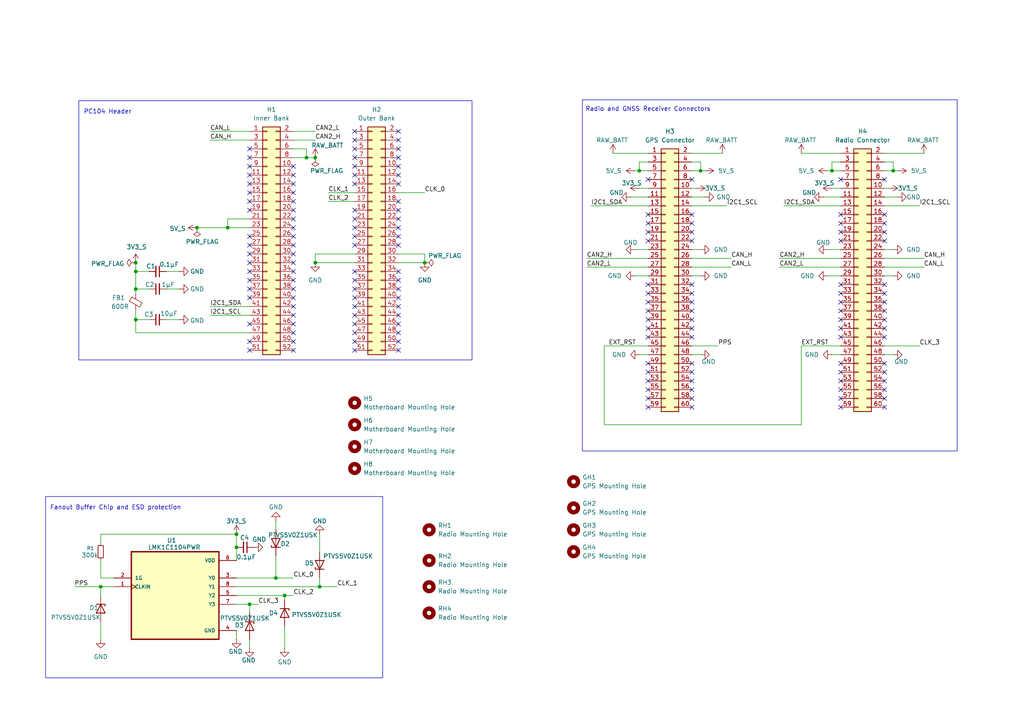
<source format=kicad_sch>
(kicad_sch (version 20250114) (generator "eeschema") (generator_version "9.0")
  (paper "A4")
  (lib_symbols
    (symbol "Connector_Generic:Conn_02x26_Odd_Even" (pin_names (offset 1.016) (hide yes))
      (property "Reference" "J" (at 1.27 33.02 0))
      (property "Value" "Conn_02x26_Odd_Even" (at 1.27 -35.56 0))
      (symbol "Conn_02x26_Odd_Even_1_1"
        (pin passive line (at -5.08 30.48 0) (length 3.81) (name "Pin_1") (number "1"))
        (pin passive line (at -5.08 27.94 0) (length 3.81) (name "Pin_3") (number "3"))
        (pin passive line (at -5.08 25.4 0) (length 3.81) (name "Pin_5") (number "5"))
        (pin passive line (at -5.08 22.86 0) (length 3.81) (name "Pin_7") (number "7"))
        (pin passive line (at -5.08 20.32 0) (length 3.81) (name "Pin_9") (number "9"))
        (pin passive line (at -5.08 17.78 0) (length 3.81) (name "Pin_11") (number "11"))
        (pin passive line (at -5.08 15.24 0) (length 3.81) (name "Pin_13") (number "13"))
        (pin passive line (at -5.08 12.7 0) (length 3.81) (name "Pin_15") (number "15"))
        (pin passive line (at -5.08 10.16 0) (length 3.81) (name "Pin_17") (number "17"))
        (pin passive line (at -5.08 7.62 0) (length 3.81) (name "Pin_19") (number "19"))
        (pin passive line (at -5.08 5.08 0) (length 3.81) (name "Pin_21") (number "21"))
        (pin passive line (at -5.08 2.54 0) (length 3.81) (name "Pin_23") (number "23"))
        (pin passive line (at -5.08 0 0) (length 3.81) (name "Pin_25") (number "25"))
        (pin passive line (at -5.08 -2.54 0) (length 3.81) (name "Pin_27") (number "27"))
        (pin passive line (at -5.08 -5.08 0) (length 3.81) (name "Pin_29") (number "29"))
        (pin passive line (at -5.08 -7.62 0) (length 3.81) (name "Pin_31") (number "31"))
        (pin passive line (at -5.08 -10.16 0) (length 3.81) (name "Pin_33") (number "33"))
        (pin passive line (at -5.08 -12.7 0) (length 3.81) (name "Pin_35") (number "35"))
        (pin passive line (at -5.08 -15.24 0) (length 3.81) (name "Pin_37") (number "37"))
        (pin passive line (at -5.08 -17.78 0) (length 3.81) (name "Pin_39") (number "39"))
        (pin passive line (at -5.08 -20.32 0) (length 3.81) (name "Pin_41") (number "41"))
        (pin passive line (at -5.08 -22.86 0) (length 3.81) (name "Pin_43") (number "43"))
        (pin passive line (at -5.08 -25.4 0) (length 3.81) (name "Pin_45") (number "45"))
        (pin passive line (at -5.08 -27.94 0) (length 3.81) (name "Pin_47") (number "47"))
        (pin passive line (at -5.08 -30.48 0) (length 3.81) (name "Pin_49") (number "49"))
        (pin passive line (at -5.08 -33.02 0) (length 3.81) (name "Pin_51") (number "51"))
        (pin passive line (at 7.62 30.48 180) (length 3.81) (name "Pin_2") (number "2"))
        (pin passive line (at 7.62 27.94 180) (length 3.81) (name "Pin_4") (number "4"))
        (pin passive line (at 7.62 25.4 180) (length 3.81) (name "Pin_6") (number "6"))
        (pin passive line (at 7.62 22.86 180) (length 3.81) (name "Pin_8") (number "8"))
        (pin passive line (at 7.62 20.32 180) (length 3.81) (name "Pin_10") (number "10"))
        (pin passive line (at 7.62 17.78 180) (length 3.81) (name "Pin_12") (number "12"))
        (pin passive line (at 7.62 15.24 180) (length 3.81) (name "Pin_14") (number "14"))
        (pin passive line (at 7.62 12.7 180) (length 3.81) (name "Pin_16") (number "16"))
        (pin passive line (at 7.62 10.16 180) (length 3.81) (name "Pin_18") (number "18"))
        (pin passive line (at 7.62 7.62 180) (length 3.81) (name "Pin_20") (number "20"))
        (pin passive line (at 7.62 5.08 180) (length 3.81) (name "Pin_22") (number "22"))
        (pin passive line (at 7.62 2.54 180) (length 3.81) (name "Pin_24") (number "24"))
        (pin passive line (at 7.62 0 180) (length 3.81) (name "Pin_26") (number "26"))
        (pin passive line (at 7.62 -2.54 180) (length 3.81) (name "Pin_28") (number "28"))
        (pin passive line (at 7.62 -5.08 180) (length 3.81) (name "Pin_30") (number "30"))
        (pin passive line (at 7.62 -7.62 180) (length 3.81) (name "Pin_32") (number "32"))
        (pin passive line (at 7.62 -10.16 180) (length 3.81) (name "Pin_34") (number "34"))
        (pin passive line (at 7.62 -12.7 180) (length 3.81) (name "Pin_36") (number "36"))
        (pin passive line (at 7.62 -15.24 180) (length 3.81) (name "Pin_38") (number "38"))
        (pin passive line (at 7.62 -17.78 180) (length 3.81) (name "Pin_40") (number "40"))
        (pin passive line (at 7.62 -20.32 180) (length 3.81) (name "Pin_42") (number "42"))
        (pin passive line (at 7.62 -22.86 180) (length 3.81) (name "Pin_44") (number "44"))
        (pin passive line (at 7.62 -25.4 180) (length 3.81) (name "Pin_46") (number "46"))
        (pin passive line (at 7.62 -27.94 180) (length 3.81) (name "Pin_48") (number "48"))
        (pin passive line (at 7.62 -30.48 180) (length 3.81) (name "Pin_50") (number "50"))
        (pin passive line (at 7.62 -33.02 180) (length 3.81) (name "Pin_52") (number "52"))
      )
    )
    (symbol "Connector_Generic:Conn_02x30_Odd_Even" (pin_names (offset 1.016) (hide yes))
      (property "Reference" "J" (at 1.27 38.1 0))
      (property "Value" "Conn_02x30_Odd_Even" (at 1.27 -40.64 0))
      (symbol "Conn_02x30_Odd_Even_1_1"
        (pin passive line (at -5.08 35.56 0) (length 3.81) (name "Pin_1") (number "1"))
        (pin passive line (at -5.08 33.02 0) (length 3.81) (name "Pin_3") (number "3"))
        (pin passive line (at -5.08 30.48 0) (length 3.81) (name "Pin_5") (number "5"))
        (pin passive line (at -5.08 27.94 0) (length 3.81) (name "Pin_7") (number "7"))
        (pin passive line (at -5.08 25.4 0) (length 3.81) (name "Pin_9") (number "9"))
        (pin passive line (at -5.08 22.86 0) (length 3.81) (name "Pin_11") (number "11"))
        (pin passive line (at -5.08 20.32 0) (length 3.81) (name "Pin_13") (number "13"))
        (pin passive line (at -5.08 17.78 0) (length 3.81) (name "Pin_15") (number "15"))
        (pin passive line (at -5.08 15.24 0) (length 3.81) (name "Pin_17") (number "17"))
        (pin passive line (at -5.08 12.7 0) (length 3.81) (name "Pin_19") (number "19"))
        (pin passive line (at -5.08 10.16 0) (length 3.81) (name "Pin_21") (number "21"))
        (pin passive line (at -5.08 7.62 0) (length 3.81) (name "Pin_23") (number "23"))
        (pin passive line (at -5.08 5.08 0) (length 3.81) (name "Pin_25") (number "25"))
        (pin passive line (at -5.08 2.54 0) (length 3.81) (name "Pin_27") (number "27"))
        (pin passive line (at -5.08 0 0) (length 3.81) (name "Pin_29") (number "29"))
        (pin passive line (at -5.08 -2.54 0) (length 3.81) (name "Pin_31") (number "31"))
        (pin passive line (at -5.08 -5.08 0) (length 3.81) (name "Pin_33") (number "33"))
        (pin passive line (at -5.08 -7.62 0) (length 3.81) (name "Pin_35") (number "35"))
        (pin passive line (at -5.08 -10.16 0) (length 3.81) (name "Pin_37") (number "37"))
        (pin passive line (at -5.08 -12.7 0) (length 3.81) (name "Pin_39") (number "39"))
        (pin passive line (at -5.08 -15.24 0) (length 3.81) (name "Pin_41") (number "41"))
        (pin passive line (at -5.08 -17.78 0) (length 3.81) (name "Pin_43") (number "43"))
        (pin passive line (at -5.08 -20.32 0) (length 3.81) (name "Pin_45") (number "45"))
        (pin passive line (at -5.08 -22.86 0) (length 3.81) (name "Pin_47") (number "47"))
        (pin passive line (at -5.08 -25.4 0) (length 3.81) (name "Pin_49") (number "49"))
        (pin passive line (at -5.08 -27.94 0) (length 3.81) (name "Pin_51") (number "51"))
        (pin passive line (at -5.08 -30.48 0) (length 3.81) (name "Pin_53") (number "53"))
        (pin passive line (at -5.08 -33.02 0) (length 3.81) (name "Pin_55") (number "55"))
        (pin passive line (at -5.08 -35.56 0) (length 3.81) (name "Pin_57") (number "57"))
        (pin passive line (at -5.08 -38.1 0) (length 3.81) (name "Pin_59") (number "59"))
        (pin passive line (at 7.62 35.56 180) (length 3.81) (name "Pin_2") (number "2"))
        (pin passive line (at 7.62 33.02 180) (length 3.81) (name "Pin_4") (number "4"))
        (pin passive line (at 7.62 30.48 180) (length 3.81) (name "Pin_6") (number "6"))
        (pin passive line (at 7.62 27.94 180) (length 3.81) (name "Pin_8") (number "8"))
        (pin passive line (at 7.62 25.4 180) (length 3.81) (name "Pin_10") (number "10"))
        (pin passive line (at 7.62 22.86 180) (length 3.81) (name "Pin_12") (number "12"))
        (pin passive line (at 7.62 20.32 180) (length 3.81) (name "Pin_14") (number "14"))
        (pin passive line (at 7.62 17.78 180) (length 3.81) (name "Pin_16") (number "16"))
        (pin passive line (at 7.62 15.24 180) (length 3.81) (name "Pin_18") (number "18"))
        (pin passive line (at 7.62 12.7 180) (length 3.81) (name "Pin_20") (number "20"))
        (pin passive line (at 7.62 10.16 180) (length 3.81) (name "Pin_22") (number "22"))
        (pin passive line (at 7.62 7.62 180) (length 3.81) (name "Pin_24") (number "24"))
        (pin passive line (at 7.62 5.08 180) (length 3.81) (name "Pin_26") (number "26"))
        (pin passive line (at 7.62 2.54 180) (length 3.81) (name "Pin_28") (number "28"))
        (pin passive line (at 7.62 0 180) (length 3.81) (name "Pin_30") (number "30"))
        (pin passive line (at 7.62 -2.54 180) (length 3.81) (name "Pin_32") (number "32"))
        (pin passive line (at 7.62 -5.08 180) (length 3.81) (name "Pin_34") (number "34"))
        (pin passive line (at 7.62 -7.62 180) (length 3.81) (name "Pin_36") (number "36"))
        (pin passive line (at 7.62 -10.16 180) (length 3.81) (name "Pin_38") (number "38"))
        (pin passive line (at 7.62 -12.7 180) (length 3.81) (name "Pin_40") (number "40"))
        (pin passive line (at 7.62 -15.24 180) (length 3.81) (name "Pin_42") (number "42"))
        (pin passive line (at 7.62 -17.78 180) (length 3.81) (name "Pin_44") (number "44"))
        (pin passive line (at 7.62 -20.32 180) (length 3.81) (name "Pin_46") (number "46"))
        (pin passive line (at 7.62 -22.86 180) (length 3.81) (name "Pin_48") (number "48"))
        (pin passive line (at 7.62 -25.4 180) (length 3.81) (name "Pin_50") (number "50"))
        (pin passive line (at 7.62 -27.94 180) (length 3.81) (name "Pin_52") (number "52"))
        (pin passive line (at 7.62 -30.48 180) (length 3.81) (name "Pin_54") (number "54"))
        (pin passive line (at 7.62 -33.02 180) (length 3.81) (name "Pin_56") (number "56"))
        (pin passive line (at 7.62 -35.56 180) (length 3.81) (name "Pin_58") (number "58"))
        (pin passive line (at 7.62 -38.1 180) (length 3.81) (name "Pin_60") (number "60"))
      )
    )
    (symbol "Device:C_Small" (pin_numbers (hide yes)) (pin_names (offset 0.254) (hide yes))
      (property "Reference" "C" (at 0.254 1.778 0))
      (property "Value" "C_Small" (at 0.254 -2.032 0))
      (symbol "C_Small_1_1"
        (pin passive line (at 0 2.54 270) (length 2.032) (name "~") (number "1"))
        (pin passive line (at 0 -2.54 90) (length 2.032) (name "~") (number "2"))
      )
    )
    (symbol "Device:FerriteBead_Small" (pin_numbers (hide yes)) (pin_names (offset 0))
      (property "Reference" "FB" (at 1.905 1.27 0))
      (property "Value" "FerriteBead_Small" (at 1.905 -1.27 0))
      (symbol "FerriteBead_Small_1_1"
        (pin passive line (at 0 2.54 270) (length 1.27) (name "~") (number "1"))
        (pin passive line (at 0 -2.54 90) (length 1.27) (name "~") (number "2"))
      )
    )
    (symbol "Device:R_Small" (pin_numbers (hide yes)) (pin_names (offset 0.254) (hide yes))
      (property "Reference" "R" (at 0 0 90))
      (property "Value" "R_Small" (at 1.778 0 90))
      (symbol "R_Small_1_1"
        (pin passive line (at 0 2.54 270) (length 0.762) (name "~") (number "1"))
        (pin passive line (at 0 -2.54 90) (length 0.762) (name "~") (number "2"))
      )
    )
    (symbol "Diode:PTVS5V0Z1USK" (pin_numbers (hide yes)) (pin_names (hide yes))
      (property "Reference" "D" (at 0 2.54 0))
      (property "Value" "PTVS5V0Z1USK" (at 0 -2.54 0))
      (symbol "PTVS5V0Z1USK_1_1"
        (pin passive line (at -3.81 0 0) (length 2.54) (name "K") (number "1"))
        (pin passive line (at 3.81 0 180) (length 2.54) (name "A") (number "2"))
      )
    )
    (symbol "LMK1C1104PWR:LMK1C1104PWR" (pin_names (offset 1.016))
      (property "Reference" "U" (at -12.7 13.7 0))
      (property "Value" "LMK1C1104PWR" (at -12.7 -16.7 0))
      (symbol "LMK1C1104PWR_0_0"
        (pin input line (at -17.78 5.08 0) (length 5.08) (name "1G") (number "2"))
        (pin input clock (at -17.78 2.54 0) (length 5.08) (name "CLKIN") (number "1"))
        (pin power_in line (at 17.78 10.16 180) (length 5.08) (name "VDD") (number "6"))
        (pin output line (at 17.78 5.08 180) (length 5.08) (name "Y0") (number "3"))
        (pin output line (at 17.78 2.54 180) (length 5.08) (name "Y1") (number "8"))
        (pin output line (at 17.78 0 180) (length 5.08) (name "Y2") (number "5"))
        (pin output line (at 17.78 -2.54 180) (length 5.08) (name "Y3") (number "7"))
        (pin power_in line (at 17.78 -10.16 180) (length 5.08) (name "GND") (number "4"))
      )
    )
    (symbol "Mechanical:MountingHole" (pin_names (offset 1.016)) (in_bom no)
      (property "Reference" "H" (at 0 5.08 0))
      (property "Value" "MountingHole" (at 0 3.175 0))
    )
    (symbol "power:+3.3V" (power) (pin_numbers (hide yes)) (pin_names (offset 0) (hide yes))
      (property "Value" "+3.3V" (at 0 3.556 0))
      (symbol "+3.3V_1_1"
        (pin power_in line (at 0 0 90) (length 0) (name "~") (number "1"))
      )
    )
    (symbol "power:+5V" (power) (pin_numbers (hide yes)) (pin_names (offset 0) (hide yes))
      (property "Value" "+5V" (at 0 3.556 0))
      (symbol "+5V_1_1"
        (pin power_in line (at 0 0 90) (length 0) (name "~") (number "1"))
      )
    )
    (symbol "power:+BATT" (power) (pin_numbers (hide yes)) (pin_names (offset 0) (hide yes))
      (property "Value" "+BATT" (at 0 3.556 0))
      (symbol "+BATT_1_1"
        (pin power_in line (at 0 0 90) (length 0) (name "~") (number "1"))
      )
    )
    (symbol "power:GND" (power) (pin_numbers (hide yes)) (pin_names (offset 0) (hide yes))
      (property "Value" "GND" (at 0 -3.81 0))
      (symbol "GND_1_1"
        (pin power_in line (at 0 0 270) (length 0) (name "~") (number "1"))
      )
    )
    (symbol "power:PWR_FLAG" (power) (pin_numbers (hide yes)) (pin_names (offset 0) (hide yes))
      (property "Value" "PWR_FLAG" (at 0 3.81 0))
      (symbol "PWR_FLAG_0_0"
        (pin power_out line (at 0 0 90) (length 0) (name "~") (number "1"))
      )
    )
  )
  (rectangle (start 13.208 144.018) (end 110.998 196.596))
  (rectangle (start 22.86 29.21) (end 136.906 104.394))
  (rectangle (start 168.91 28.956) (end 277.622 130.81))
  (text "PC104 Header\n" (at 31.242 32.512 0) (effects (font (size 1.27 1.27))))
  (text "Fanout Buffer Chip and ESD protection\n" (at 33.528 147.32 0) (effects (font (size 1.27 1.27))))
  (text "Radio and GNSS Receiver Connectors\n" (at 187.96 31.75 0) (effects (font (size 1.27 1.27))))
  (junction (at 39.37 92.71))
  (junction (at 72.39 175.26))
  (junction (at 241.3 49.53))
  (junction (at 92.71 170.18))
  (junction (at 80.01 167.64))
  (junction (at 203.2 49.53))
  (junction (at 68.58 158.75))
  (junction (at 29.21 170.18))
  (junction (at 39.37 83.82))
  (junction (at 39.37 76.2))
  (junction (at 259.08 49.53))
  (junction (at 88.9 45.72))
  (junction (at 39.37 78.74))
  (junction (at 66.04 66.04))
  (junction (at 91.44 45.72))
  (junction (at 57.15 66.04))
  (junction (at 82.55 172.72))
  (junction (at 185.42 49.53))
  (junction (at 68.58 154.94))
  (junction (at 91.44 76.2))
  (junction (at 123.19 76.2))
  (no_connect (at 256.54 113.03))
  (no_connect (at 243.84 85.09))
  (no_connect (at 72.39 81.28))
  (no_connect (at 72.39 43.18))
  (no_connect (at 85.09 63.5))
  (no_connect (at 243.84 87.63))
  (no_connect (at 200.66 87.63))
  (no_connect (at 256.54 69.85))
  (no_connect (at 200.66 97.79))
  (no_connect (at 256.54 64.77))
  (no_connect (at 72.39 71.12))
  (no_connect (at 85.09 68.58))
  (no_connect (at 243.84 95.25))
  (no_connect (at 85.09 101.6))
  (no_connect (at 243.84 115.57))
  (no_connect (at 102.87 45.72))
  (no_connect (at 200.66 107.95))
  (no_connect (at 102.87 93.98))
  (no_connect (at 256.54 92.71))
  (no_connect (at 115.57 83.82))
  (no_connect (at 102.87 68.58))
  (no_connect (at 200.66 85.09))
  (no_connect (at 85.09 96.52))
  (no_connect (at 72.39 60.96))
  (no_connect (at 115.57 78.74))
  (no_connect (at 187.96 92.71))
  (no_connect (at 102.87 83.82))
  (no_connect (at 243.84 52.07))
  (no_connect (at 85.09 50.8))
  (no_connect (at 72.39 93.98))
  (no_connect (at 102.87 48.26))
  (no_connect (at 187.96 67.31))
  (no_connect (at 115.57 81.28))
  (no_connect (at 243.84 64.77))
  (no_connect (at 115.57 71.12))
  (no_connect (at 85.09 76.2))
  (no_connect (at 115.57 50.8))
  (no_connect (at 187.96 118.11))
  (no_connect (at 256.54 52.07))
  (no_connect (at 243.84 90.17))
  (no_connect (at 200.66 62.23))
  (no_connect (at 200.66 115.57))
  (no_connect (at 243.84 107.95))
  (no_connect (at 85.09 66.04))
  (no_connect (at 102.87 71.12))
  (no_connect (at 115.57 93.98))
  (no_connect (at 256.54 115.57))
  (no_connect (at 85.09 78.74))
  (no_connect (at 115.57 53.34))
  (no_connect (at 85.09 53.34))
  (no_connect (at 115.57 96.52))
  (no_connect (at 85.09 99.06))
  (no_connect (at 85.09 58.42))
  (no_connect (at 85.09 83.82))
  (no_connect (at 72.39 76.2))
  (no_connect (at 243.84 105.41))
  (no_connect (at 256.54 95.25))
  (no_connect (at 102.87 53.34))
  (no_connect (at 243.84 92.71))
  (no_connect (at 187.96 52.07))
  (no_connect (at 102.87 91.44))
  (no_connect (at 102.87 78.74))
  (no_connect (at 243.84 62.23))
  (no_connect (at 256.54 85.09))
  (no_connect (at 72.39 83.82))
  (no_connect (at 102.87 43.18))
  (no_connect (at 72.39 99.06))
  (no_connect (at 102.87 101.6))
  (no_connect (at 200.66 90.17))
  (no_connect (at 102.87 99.06))
  (no_connect (at 102.87 88.9))
  (no_connect (at 187.96 115.57))
  (no_connect (at 102.87 81.28))
  (no_connect (at 200.66 69.85))
  (no_connect (at 115.57 48.26))
  (no_connect (at 85.09 91.44))
  (no_connect (at 72.39 58.42))
  (no_connect (at 115.57 43.18))
  (no_connect (at 115.57 101.6))
  (no_connect (at 115.57 58.42))
  (no_connect (at 256.54 118.11))
  (no_connect (at 102.87 63.5))
  (no_connect (at 187.96 64.77))
  (no_connect (at 187.96 82.55))
  (no_connect (at 256.54 97.79))
  (no_connect (at 200.66 82.55))
  (no_connect (at 72.39 53.34))
  (no_connect (at 200.66 113.03))
  (no_connect (at 102.87 60.96))
  (no_connect (at 256.54 87.63))
  (no_connect (at 115.57 66.04))
  (no_connect (at 115.57 88.9))
  (no_connect (at 115.57 86.36))
  (no_connect (at 243.84 67.31))
  (no_connect (at 187.96 113.03))
  (no_connect (at 243.84 110.49))
  (no_connect (at 243.84 113.03))
  (no_connect (at 85.09 88.9))
  (no_connect (at 256.54 62.23))
  (no_connect (at 200.66 92.71))
  (no_connect (at 72.39 45.72))
  (no_connect (at 187.96 69.85))
  (no_connect (at 256.54 82.55))
  (no_connect (at 85.09 73.66))
  (no_connect (at 200.66 67.31))
  (no_connect (at 243.84 82.55))
  (no_connect (at 72.39 55.88))
  (no_connect (at 115.57 99.06))
  (no_connect (at 187.96 107.95))
  (no_connect (at 115.57 40.64))
  (no_connect (at 256.54 105.41))
  (no_connect (at 72.39 50.8))
  (no_connect (at 102.87 66.04))
  (no_connect (at 85.09 86.36))
  (no_connect (at 187.96 95.25))
  (no_connect (at 85.09 60.96))
  (no_connect (at 187.96 105.41))
  (no_connect (at 115.57 63.5))
  (no_connect (at 115.57 60.96))
  (no_connect (at 187.96 110.49))
  (no_connect (at 200.66 52.07))
  (no_connect (at 85.09 81.28))
  (no_connect (at 72.39 78.74))
  (no_connect (at 187.96 85.09))
  (no_connect (at 256.54 67.31))
  (no_connect (at 243.84 118.11))
  (no_connect (at 102.87 40.64))
  (no_connect (at 102.87 50.8))
  (no_connect (at 187.96 87.63))
  (no_connect (at 72.39 101.6))
  (no_connect (at 200.66 110.49))
  (no_connect (at 200.66 64.77))
  (no_connect (at 72.39 48.26))
  (no_connect (at 72.39 73.66))
  (no_connect (at 187.96 62.23))
  (no_connect (at 102.87 86.36))
  (no_connect (at 200.66 118.11))
  (no_connect (at 85.09 55.88))
  (no_connect (at 102.87 96.52))
  (no_connect (at 115.57 45.72))
  (no_connect (at 243.84 69.85))
  (no_connect (at 85.09 48.26))
  (no_connect (at 115.57 91.44))
  (no_connect (at 243.84 97.79))
  (no_connect (at 72.39 68.58))
  (no_connect (at 200.66 105.41))
  (no_connect (at 85.09 71.12))
  (no_connect (at 200.66 95.25))
  (no_connect (at 256.54 110.49))
  (no_connect (at 102.87 38.1))
  (no_connect (at 187.96 97.79))
  (no_connect (at 115.57 68.58))
  (no_connect (at 256.54 107.95))
  (no_connect (at 187.96 90.17))
  (no_connect (at 256.54 90.17))
  (no_connect (at 115.57 38.1))
  (no_connect (at 85.09 93.98))
  (no_connect (at 72.39 86.36))
  (wire (pts (xy 241.3 49.53) (xy 243.84 49.53)))
  (wire (pts (xy 29.21 180.34) (xy 29.21 185.42)))
  (wire (pts (xy 184.15 80.01) (xy 187.96 80.01)))
  (wire (pts (xy 171.45 59.69) (xy 187.96 59.69)))
  (wire (pts (xy 185.42 54.61) (xy 187.96 54.61)))
  (wire (pts (xy 39.37 92.71) (xy 39.37 96.52)))
  (wire (pts (xy 256.54 44.45) (xy 267.97 44.45)))
  (wire (pts (xy 175.26 123.19) (xy 232.41 123.19)))
  (wire (pts (xy 68.58 172.72) (xy 82.55 172.72)))
  (wire (pts (xy 115.57 73.66) (xy 123.19 73.66)))
  (wire (pts (xy 80.01 161.29) (xy 80.01 167.64)))
  (wire (pts (xy 29.21 170.18) (xy 33.02 170.18)))
  (wire (pts (xy 39.37 96.52) (xy 72.39 96.52)))
  (wire (pts (xy 85.09 38.1) (xy 91.44 38.1)))
  (wire (pts (xy 92.71 154.94) (xy 92.71 160.02)))
  (wire (pts (xy 170.18 77.47) (xy 187.96 77.47)))
  (wire (pts (xy 182.88 57.15) (xy 187.96 57.15)))
  (wire (pts (xy 115.57 76.2) (xy 123.19 76.2)))
  (wire (pts (xy 91.44 73.66) (xy 91.44 76.2)))
  (wire (pts (xy 115.57 55.88) (xy 123.19 55.88)))
  (wire (pts (xy 68.58 182.88) (xy 68.58 185.42)))
  (wire (pts (xy 200.66 49.53) (xy 203.2 49.53)))
  (wire (pts (xy 48.26 83.82) (xy 52.07 83.82)))
  (wire (pts (xy 232.41 100.33) (xy 232.41 123.19)))
  (wire (pts (xy 232.41 44.45) (xy 243.84 44.45)))
  (wire (pts (xy 82.55 172.72) (xy 82.55 173.99)))
  (wire (pts (xy 256.54 49.53) (xy 259.08 49.53)))
  (wire (pts (xy 238.76 57.15) (xy 243.84 57.15)))
  (wire (pts (xy 200.66 100.33) (xy 208.28 100.33)))
  (wire (pts (xy 200.66 44.45) (xy 209.55 44.45)))
  (wire (pts (xy 29.21 167.64) (xy 33.02 167.64)))
  (wire (pts (xy 175.26 100.33) (xy 175.26 123.19)))
  (wire (pts (xy 241.3 54.61) (xy 243.84 54.61)))
  (wire (pts (xy 95.25 58.42) (xy 102.87 58.42)))
  (wire (pts (xy 85.09 40.64) (xy 91.44 40.64)))
  (wire (pts (xy 85.09 45.72) (xy 88.9 45.72)))
  (wire (pts (xy 39.37 90.17) (xy 39.37 92.71)))
  (wire (pts (xy 241.3 102.87) (xy 243.84 102.87)))
  (wire (pts (xy 68.58 170.18) (xy 92.71 170.18)))
  (wire (pts (xy 60.96 38.1) (xy 72.39 38.1)))
  (wire (pts (xy 91.44 76.2) (xy 102.87 76.2)))
  (wire (pts (xy 200.66 102.87) (xy 203.2 102.87)))
  (wire (pts (xy 123.19 73.66) (xy 123.19 76.2)))
  (wire (pts (xy 226.06 74.93) (xy 243.84 74.93)))
  (wire (pts (xy 232.41 100.33) (xy 243.84 100.33)))
  (wire (pts (xy 256.54 77.47) (xy 267.97 77.47)))
  (wire (pts (xy 259.08 49.53) (xy 260.35 49.53)))
  (wire (pts (xy 39.37 92.71) (xy 43.18 92.71)))
  (wire (pts (xy 60.96 40.64) (xy 72.39 40.64)))
  (wire (pts (xy 29.21 170.18) (xy 29.21 172.72)))
  (wire (pts (xy 48.26 78.74) (xy 52.07 78.74)))
  (wire (pts (xy 48.26 92.71) (xy 52.07 92.71)))
  (wire (pts (xy 203.2 46.99) (xy 203.2 49.53)))
  (wire (pts (xy 82.55 172.72) (xy 85.09 172.72)))
  (wire (pts (xy 82.55 181.61) (xy 82.55 187.96)))
  (wire (pts (xy 226.06 77.47) (xy 243.84 77.47)))
  (wire (pts (xy 200.66 57.15) (xy 204.47 57.15)))
  (wire (pts (xy 91.44 73.66) (xy 102.87 73.66)))
  (wire (pts (xy 200.66 59.69) (xy 210.82 59.69)))
  (wire (pts (xy 256.54 74.93) (xy 267.97 74.93)))
  (wire (pts (xy 39.37 76.2) (xy 39.37 78.74)))
  (wire (pts (xy 184.15 49.53) (xy 185.42 49.53)))
  (wire (pts (xy 185.42 49.53) (xy 187.96 49.53)))
  (wire (pts (xy 256.54 80.01) (xy 259.08 80.01)))
  (wire (pts (xy 184.15 72.39) (xy 187.96 72.39)))
  (wire (pts (xy 175.26 100.33) (xy 187.96 100.33)))
  (wire (pts (xy 259.08 46.99) (xy 259.08 49.53)))
  (wire (pts (xy 256.54 46.99) (xy 259.08 46.99)))
  (wire (pts (xy 95.25 55.88) (xy 102.87 55.88)))
  (wire (pts (xy 80.01 167.64) (xy 85.09 167.64)))
  (wire (pts (xy 177.8 44.45) (xy 187.96 44.45)))
  (wire (pts (xy 240.03 80.01) (xy 243.84 80.01)))
  (wire (pts (xy 39.37 83.82) (xy 43.18 83.82)))
  (wire (pts (xy 60.96 88.9) (xy 72.39 88.9)))
  (wire (pts (xy 29.21 162.56) (xy 29.21 167.64)))
  (wire (pts (xy 39.37 78.74) (xy 43.18 78.74)))
  (wire (pts (xy 72.39 185.42) (xy 72.39 187.96)))
  (wire (pts (xy 88.9 45.72) (xy 91.44 45.72)))
  (wire (pts (xy 92.71 167.64) (xy 92.71 170.18)))
  (wire (pts (xy 92.71 170.18) (xy 97.79 170.18)))
  (wire (pts (xy 256.54 57.15) (xy 260.35 57.15)))
  (wire (pts (xy 256.54 72.39) (xy 259.08 72.39)))
  (wire (pts (xy 185.42 102.87) (xy 187.96 102.87)))
  (wire (pts (xy 60.96 91.44) (xy 72.39 91.44)))
  (wire (pts (xy 66.04 63.5) (xy 72.39 63.5)))
  (wire (pts (xy 240.03 49.53) (xy 241.3 49.53)))
  (wire (pts (xy 66.04 66.04) (xy 72.39 66.04)))
  (wire (pts (xy 227.33 59.69) (xy 243.84 59.69)))
  (wire (pts (xy 256.54 100.33) (xy 266.7 100.33)))
  (wire (pts (xy 57.15 66.04) (xy 66.04 66.04)))
  (wire (pts (xy 29.21 154.94) (xy 29.21 157.48)))
  (wire (pts (xy 185.42 46.99) (xy 187.96 46.99)))
  (wire (pts (xy 85.09 43.18) (xy 88.9 43.18)))
  (wire (pts (xy 170.18 74.93) (xy 187.96 74.93)))
  (wire (pts (xy 185.42 46.99) (xy 185.42 49.53)))
  (wire (pts (xy 256.54 59.69) (xy 266.7 59.69)))
  (wire (pts (xy 68.58 154.94) (xy 68.58 158.75)))
  (wire (pts (xy 200.66 54.61) (xy 201.93 54.61)))
  (wire (pts (xy 200.66 74.93) (xy 212.09 74.93)))
  (wire (pts (xy 39.37 78.74) (xy 39.37 83.82)))
  (wire (pts (xy 68.58 158.75) (xy 68.58 162.56)))
  (wire (pts (xy 240.03 72.39) (xy 243.84 72.39)))
  (wire (pts (xy 200.66 77.47) (xy 212.09 77.47)))
  (wire (pts (xy 203.2 49.53) (xy 204.47 49.53)))
  (wire (pts (xy 80.01 151.13) (xy 80.01 153.67)))
  (wire (pts (xy 66.04 63.5) (xy 66.04 66.04)))
  (wire (pts (xy 256.54 54.61) (xy 257.81 54.61)))
  (wire (pts (xy 39.37 83.82) (xy 39.37 85.09)))
  (wire (pts (xy 256.54 102.87) (xy 259.08 102.87)))
  (wire (pts (xy 88.9 43.18) (xy 88.9 45.72)))
  (wire (pts (xy 21.59 170.18) (xy 29.21 170.18)))
  (wire (pts (xy 241.3 46.99) (xy 241.3 49.53)))
  (wire (pts (xy 68.58 167.64) (xy 80.01 167.64)))
  (wire (pts (xy 200.66 80.01) (xy 203.2 80.01)))
  (wire (pts (xy 241.3 46.99) (xy 243.84 46.99)))
  (wire (pts (xy 72.39 175.26) (xy 72.39 177.8)))
  (wire (pts (xy 68.58 175.26) (xy 72.39 175.26)))
  (wire (pts (xy 72.39 175.26) (xy 74.93 175.26)))
  (wire (pts (xy 200.66 46.99) (xy 203.2 46.99)))
  (wire (pts (xy 29.21 154.94) (xy 68.58 154.94)))
  (wire (pts (xy 200.66 72.39) (xy 203.2 72.39)))
  (label "EXT_RST" (at 232.41 100.33 0))
  (label "CAN_H" (at 212.09 74.93 0))
  (label "CAN_L" (at 212.09 77.47 0))
  (label "CLK_0" (at 85.09 167.64 0))
  (label "CLK_1" (at 97.79 170.18 0))
  (label "CAN2_L" (at 226.06 77.47 0))
  (label "CAN_H" (at 267.97 74.93 0))
  (label "I2C1_SCL" (at 210.82 59.69 0))
  (label "CAN2_H" (at 226.06 74.93 0))
  (label "CAN_H" (at 60.96 40.64 0))
  (label "CAN2_H" (at 91.44 40.64 0))
  (label "CAN2_L" (at 170.18 77.47 0))
  (label "CAN2_H" (at 170.18 74.93 0))
  (label "CLK_3" (at 266.7 100.33 0))
  (label "CLK_3" (at 74.93 175.26 0))
  (label "EXT_RST" (at 176.53 100.33 0))
  (label "CLK_2" (at 85.09 172.72 0))
  (label "CAN_L" (at 60.96 38.1 0))
  (label "PPS" (at 21.59 170.18 0))
  (label "CLK_0" (at 123.19 55.88 0))
  (label "I2C1_SDA" (at 171.45 59.69 0))
  (label "CAN_L" (at 267.97 77.47 0))
  (label "I2C1_SDA" (at 227.33 59.69 0))
  (label "I2C1_SCL" (at 266.7 59.69 0))
  (label "PPS" (at 208.28 100.33 0))
  (label "CAN2_L" (at 91.44 38.1 0))
  (label "I2C1_SDA" (at 60.96 88.9 0))
  (label "CLK_1" (at 95.25 55.88 0))
  (label "CLK_2" (at 95.25 58.42 0))
  (label "I2C1_SCL" (at 60.96 91.44 0))
  (symbol (lib_id "power:+3.3V") (at 57.15 66.04 90) (unit 1)
    (property "Reference" "#PWR043" (effects (hide yes)))
    (property "Value" "5V_S" (at 51.562 66.294 90))
    (property "Description" "Power symbol creates a global label with name \"+3.3V\"" (effects (hide yes)))
  )
  (symbol (lib_id "power:GND") (at 29.21 185.42 0) (unit 1)
    (property "Reference" "#PWR01" (effects (hide yes)))
    (property "Value" "GND" (at 29.21 190.5 0))
    (property "Description" "Power symbol creates a global label with name \"GND\" , ground" (effects (hide yes)))
  )
  (symbol (lib_id "Diode:PTVS5V0Z1USK") (at 72.39 181.61 270) (unit 1)
    (property "Reference" "D3" (at 68.072 181.356 90) (effects (justify left)))
    (property "Value" "PTVS5V0Z1USK" (at 63.754 179.324 90) (effects (justify left)))
    (property "Footprint" "Diode_SMD:Nexperia_DSN1608-2_1.6x0.8mm" (effects (hide yes)))
    (property "Datasheet" "https://assets.nexperia.com/documents/data-sheet/PTVS5V0Z1USK.pdf" (effects (hide yes)))
    (property "Description" "5V, 1200W TVS unidirectional diode, DSN1608-2" (effects (hide yes)))
  )
  (symbol (lib_id "Mechanical:MountingHole") (at 102.87 129.54 0) (unit 1) (in_bom no)
    (property "Reference" "H7" (at 105.41 128.2699 0) (effects (justify left)))
    (property "Value" "Motherboard Mounting Hole" (at 105.41 130.8099 0) (effects (justify left)))
    (property "Footprint" "MountingHole:MountingHole_3.2mm_M3_Pad_TopBottom" (effects (hide yes)))
    (property "Description" "Mounting Hole without connection" (effects (hide yes)))
  )
  (symbol (lib_id "Diode:PTVS5V0Z1USK") (at 82.55 177.8 270) (unit 1)
    (property "Reference" "D4" (at 77.978 177.8 90) (effects (justify left)))
    (property "Value" "PTVS5V0Z1USK" (at 84.582 178.308 90) (effects (justify left)))
    (property "Footprint" "Diode_SMD:Nexperia_DSN1608-2_1.6x0.8mm" (effects (hide yes)))
    (property "Datasheet" "https://assets.nexperia.com/documents/data-sheet/PTVS5V0Z1USK.pdf" (effects (hide yes)))
    (property "Description" "5V, 1200W TVS unidirectional diode, DSN1608-2" (effects (hide yes)))
  )
  (symbol (lib_id "power:GND") (at 185.42 102.87 270) (unit 1)
    (property "Reference" "#PWR03" (effects (hide yes)))
    (property "Value" "GND" (at 181.61 102.8699 90) (effects (justify right)))
    (property "Description" "Power symbol creates a global label with name \"GND\" , ground" (effects (hide yes)))
  )
  (symbol (lib_id "power:+3.3V") (at 201.93 54.61 270) (unit 1)
    (property "Reference" "#PWR021" (effects (hide yes)))
    (property "Value" "3V3_S" (at 204.47 54.61 90) (effects (justify left)))
    (property "Description" "Power symbol creates a global label with name \"+3.3V\"" (effects (hide yes)))
  )
  (symbol (lib_id "power:GND") (at 92.71 154.94 180) (unit 1)
    (property "Reference" "#PWR039" (effects (hide yes)))
    (property "Value" "GND" (at 90.678 151.13 0) (effects (justify right)))
    (property "Description" "Power symbol creates a global label with name \"GND\" , ground" (effects (hide yes)))
  )
  (symbol (lib_id "power:GND") (at 72.39 187.96 0) (unit 1)
    (property "Reference" "#PWR06" (effects (hide yes)))
    (property "Value" "GND" (at 74.168 191.516 0) (effects (justify right)))
    (property "Description" "Power symbol creates a global label with name \"GND\" , ground" (effects (hide yes)))
  )
  (symbol (lib_id "power:+5V") (at 204.47 49.53 270) (unit 1)
    (property "Reference" "#PWR023" (effects (hide yes)))
    (property "Value" "5V_S" (at 208.28 49.5299 90) (effects (justify left)))
    (property "Description" "Power symbol creates a global label with name \"+5V\"" (effects (hide yes)))
  )
  (symbol (lib_id "Mechanical:MountingHole") (at 124.46 170.18 0) (unit 1) (in_bom no)
    (property "Reference" "RH3" (at 127 168.9099 0) (effects (justify left)))
    (property "Value" "Radio Mounting Hole" (at 127 171.4499 0) (effects (justify left)))
    (property "Footprint" "MountingHole:MountingHole_2.5mm_Pad_TopBottom" (effects (hide yes)))
    (property "Description" "Mounting Hole without connection" (effects (hide yes)))
  )
  (symbol (lib_id "power:+5V") (at 260.35 49.53 270) (unit 1)
    (property "Reference" "#PWR029" (effects (hide yes)))
    (property "Value" "5V_S" (at 264.16 49.5299 90) (effects (justify left)))
    (property "Description" "Power symbol creates a global label with name \"+5V\"" (effects (hide yes)))
  )
  (symbol (lib_id "power:+BATT") (at 267.97 44.45 0) (unit 1)
    (property "Reference" "#PWR027" (effects (hide yes)))
    (property "Value" "RAW_BATT" (at 267.716 40.64 0))
    (property "Description" "Power symbol creates a global label with name \"+BATT\"" (effects (hide yes)))
  )
  (symbol (lib_id "power:+3.3V") (at 68.58 154.94 0) (unit 1)
    (property "Reference" "#PWR013" (effects (hide yes)))
    (property "Value" "3V3_S" (at 68.58 151.13 0))
    (property "Description" "Power symbol creates a global label with name \"+3.3V\"" (effects (hide yes)))
  )
  (symbol (lib_id "power:+BATT") (at 209.55 44.45 0) (unit 1)
    (property "Reference" "#PWR025" (effects (hide yes)))
    (property "Value" "RAW_BATT" (at 209.296 40.64 0))
    (property "Description" "Power symbol creates a global label with name \"+BATT\"" (effects (hide yes)))
  )
  (symbol (lib_id "power:GND") (at 259.08 102.87 90) (unit 1)
    (property "Reference" "#PWR041" (effects (hide yes)))
    (property "Value" "GND" (at 259.334 104.902 90) (effects (justify right)))
    (property "Description" "Power symbol creates a global label with name \"GND\" , ground" (effects (hide yes)))
  )
  (symbol (lib_id "Diode:PTVS5V0Z1USK") (at 92.71 163.83 90) (unit 1)
    (property "Reference" "D5" (at 88.392 163.322 90) (effects (justify right)))
    (property "Value" "PTVS5V0Z1USK" (at 93.726 161.29 90) (effects (justify right)))
    (property "Footprint" "Diode_SMD:Nexperia_DSN1608-2_1.6x0.8mm" (effects (hide yes)))
    (property "Datasheet" "https://assets.nexperia.com/documents/data-sheet/PTVS5V0Z1USK.pdf" (effects (hide yes)))
    (property "Description" "5V, 1200W TVS unidirectional diode, DSN1608-2" (effects (hide yes)))
  )
  (symbol (lib_id "Connector_Generic:Conn_02x26_Odd_Even") (at 107.95 68.58 0) (unit 1)
    (property "Reference" "H2" (at 109.22 31.75 0))
    (property "Value" "Outer Bank" (at 109.22 34.29 0))
    (property "Footprint" "Connector_PinHeader_2.54mm:PinHeader_2x26_P2.54mm_Vertical" (effects (hide yes)))
    (property "Description" "Generic connector, double row, 02x26, odd/even pin numbering scheme (row 1 odd numbers, row 2 even numbers), script generated (kicad-library-utils/schlib/autogen/connector/)" (effects (hide yes)))
  )
  (symbol (lib_id "power:+5V") (at 240.03 49.53 90) (unit 1)
    (property "Reference" "#PWR031" (effects (hide yes)))
    (property "Value" "5V_S" (at 236.22 49.5299 90) (effects (justify left)))
    (property "Description" "Power symbol creates a global label with name \"+5V\"" (effects (hide yes)))
  )
  (symbol (lib_id "power:GND") (at 184.15 72.39 270) (unit 1)
    (property "Reference" "#PWR016" (effects (hide yes)))
    (property "Value" "GND" (at 184.912 70.358 90) (effects (justify right)))
    (property "Description" "Power symbol creates a global label with name \"GND\" , ground" (effects (hide yes)))
  )
  (symbol (lib_id "power:GND") (at 259.08 80.01 90) (unit 1)
    (property "Reference" "#PWR035" (effects (hide yes)))
    (property "Value" "GND" (at 262.89 80.0099 90) (effects (justify right)))
    (property "Description" "Power symbol creates a global label with name \"GND\" , ground" (effects (hide yes)))
  )
  (symbol (lib_id "power:PWR_FLAG") (at 57.15 66.04 180) (unit 1)
    (property "Reference" "#FLG02" (effects (hide yes)))
    (property "Value" "PWR_FLAG" (at 58.674 70.104 0))
    (property "Description" "Special symbol for telling ERC where power comes from" (effects (hide yes)))
  )
  (symbol (lib_id "power:PWR_FLAG") (at 91.44 45.72 180) (unit 1)
    (property "Reference" "#FLG03" (effects (hide yes)))
    (property "Value" "PWR_FLAG" (at 94.742 49.53 0))
    (property "Description" "Special symbol for telling ERC where power comes from" (effects (hide yes)))
  )
  (symbol (lib_id "Mechanical:MountingHole") (at 166.37 160.02 0) (unit 1) (in_bom no)
    (property "Reference" "GH4" (at 168.91 158.7499 0) (effects (justify left)))
    (property "Value" "GPS Mounting Hole" (at 168.91 161.2899 0) (effects (justify left)))
    (property "Footprint" "MountingHole:MountingHole_2.5mm_Pad_TopBottom" (effects (hide yes)))
    (property "Description" "Mounting Hole without connection" (effects (hide yes)))
  )
  (symbol (lib_id "Mechanical:MountingHole") (at 124.46 177.8 0) (unit 1) (in_bom no)
    (property "Reference" "RH4" (at 127 176.5299 0) (effects (justify left)))
    (property "Value" "Radio Mounting Hole" (at 127 179.0699 0) (effects (justify left)))
    (property "Footprint" "MountingHole:MountingHole_2.5mm_Pad_TopBottom" (effects (hide yes)))
    (property "Description" "Mounting Hole without connection" (effects (hide yes)))
  )
  (symbol (lib_id "power:GND") (at 204.47 57.15 90) (unit 1)
    (property "Reference" "#PWR018" (effects (hide yes)))
    (property "Value" "GND" (at 207.772 57.15 90) (effects (justify right)))
    (property "Description" "Power symbol creates a global label with name \"GND\" , ground" (effects (hide yes)))
  )
  (symbol (lib_id "power:GND") (at 260.35 57.15 90) (unit 1)
    (property "Reference" "#PWR033" (effects (hide yes)))
    (property "Value" "GND" (at 262.89 57.15 90) (effects (justify right)))
    (property "Description" "Power symbol creates a global label with name \"GND\" , ground" (effects (hide yes)))
  )
  (symbol (lib_id "power:GND") (at 82.55 187.96 0) (unit 1)
    (property "Reference" "#PWR04" (effects (hide yes)))
    (property "Value" "GND" (at 82.55 192.024 0))
    (property "Description" "Power symbol creates a global label with name \"GND\" , ground" (effects (hide yes)))
  )
  (symbol (lib_id "LMK1C1104PWR:LMK1C1104PWR") (at 50.8 172.72 0) (unit 1)
    (property "Reference" "U1" (at 49.784 156.718 0))
    (property "Value" "LMK1C1104PWR" (at 50.546 158.75 0))
    (property "Footprint" "LMK1C1104PWR (1):SOP65P640X120-8N" (effects (hide yes)))
    (property "DigiKey_Part_Number" "296-LMK1C1104PWRTR-ND" (effects (hide yes)))
    (property "SnapEDA_Link" "https://www.snapeda.com/parts/LMK1C1104PWR/Texas+Instruments/view-part/?ref=snap" (effects (hide yes)))
    (property "Description_1" "4-channel output LVCMOS 1.8-V buffer" (effects (hide yes)))
    (property "MF" "Texas Instruments" (effects (hide yes)))
    (property "Package" "TSSOP-8 Texas Instruments" (effects (hide yes)))
    (property "Check_prices" "https://www.snapeda.com/parts/LMK1C1104PWR/Texas+Instruments/view-part/?ref=eda" (effects (hide yes)))
    (property "MP" "LMK1C1104PWR" (effects (hide yes)))
  )
  (symbol (lib_id "Mechanical:MountingHole") (at 124.46 162.56 0) (unit 1) (in_bom no)
    (property "Reference" "RH2" (at 127 161.2899 0) (effects (justify left)))
    (property "Value" "Radio Mounting Hole" (at 127 163.8299 0) (effects (justify left)))
    (property "Footprint" "MountingHole:MountingHole_2.5mm_Pad_TopBottom" (effects (hide yes)))
    (property "Description" "Mounting Hole without connection" (effects (hide yes)))
  )
  (symbol (lib_id "power:GND") (at 240.03 72.39 270) (unit 1)
    (property "Reference" "#PWR036" (effects (hide yes)))
    (property "Value" "GND" (at 240.792 70.358 90) (effects (justify right)))
    (property "Description" "Power symbol creates a global label with name \"GND\" , ground" (effects (hide yes)))
  )
  (symbol (lib_id "power:GND") (at 240.03 80.01 270) (unit 1)
    (property "Reference" "#PWR037" (effects (hide yes)))
    (property "Value" "GND" (at 236.22 80.0099 90) (effects (justify right)))
    (property "Description" "Power symbol creates a global label with name \"GND\" , ground" (effects (hide yes)))
  )
  (symbol (lib_id "power:GND") (at 238.76 57.15 270) (unit 1)
    (property "Reference" "#PWR030" (effects (hide yes)))
    (property "Value" "GND" (at 236.728 55.88 90) (effects (justify right)))
    (property "Description" "Power symbol creates a global label with name \"GND\" , ground" (effects (hide yes)))
  )
  (symbol (lib_id "power:+3.3V") (at 241.3 54.61 90) (unit 1)
    (property "Reference" "#PWR032" (effects (hide yes)))
    (property "Value" "3V3_S" (at 242.062 53.086 90) (effects (justify left)))
    (property "Description" "Power symbol creates a global label with name \"+3.3V\"" (effects (hide yes)))
  )
  (symbol (lib_id "power:PWR_FLAG") (at 39.37 76.2 90) (unit 1)
    (property "Reference" "#FLG01" (effects (hide yes)))
    (property "Value" "PWR_FLAG" (at 31.242 76.454 90))
    (property "Description" "Special symbol for telling ERC where power comes from" (effects (hide yes)))
  )
  (symbol (lib_id "Device:C_Small") (at 45.72 83.82 90) (unit 1)
    (property "Reference" "C2" (at 43.434 82.55 90))
    (property "Value" "1μF" (at 48.768 82.55 90))
    (property "Footprint" "Capacitor_SMD:C_0805_2012Metric" (effects (hide yes)))
    (property "Description" "Unpolarized capacitor, small symbol" (effects (hide yes)))
  )
  (symbol (lib_id "Device:FerriteBead_Small") (at 39.37 87.63 0) (unit 1)
    (property "Reference" "FB1" (at 32.512 86.36 0) (effects (justify left)))
    (property "Value" "600R" (at 32.258 88.9 0) (effects (justify left)))
    (property "Footprint" "Inductor_SMD:L_0603_1608Metric" (effects (hide yes)))
    (property "Description" "Ferrite bead, small symbol" (effects (hide yes)))
  )
  (symbol (lib_id "Mechanical:MountingHole") (at 166.37 147.32 0) (unit 1) (in_bom no)
    (property "Reference" "GH2" (at 168.91 146.0499 0) (effects (justify left)))
    (property "Value" "GPS Mounting Hole" (at 168.91 148.5899 0) (effects (justify left)))
    (property "Footprint" "MountingHole:MountingHole_2.5mm_Pad_TopBottom" (effects (hide yes)))
    (property "Description" "Mounting Hole without connection" (effects (hide yes)))
  )
  (symbol (lib_id "power:+3.3V") (at 257.81 54.61 270) (unit 1)
    (property "Reference" "#PWR028" (effects (hide yes)))
    (property "Value" "3V3_S" (at 260.35 54.61 90) (effects (justify left)))
    (property "Description" "Power symbol creates a global label with name \"+3.3V\"" (effects (hide yes)))
  )
  (symbol (lib_id "power:GND") (at 259.08 72.39 90) (unit 1)
    (property "Reference" "#PWR034" (effects (hide yes)))
    (property "Value" "GND" (at 262.89 72.3899 90) (effects (justify right)))
    (property "Description" "Power symbol creates a global label with name \"GND\" , ground" (effects (hide yes)))
  )
  (symbol (lib_id "power:GND") (at 52.07 78.74 90) (unit 1)
    (property "Reference" "#PWR045" (effects (hide yes)))
    (property "Value" "GND" (at 55.118 78.74 90) (effects (justify right)))
    (property "Description" "Power symbol creates a global label with name \"GND\" , ground" (effects (hide yes)))
  )
  (symbol (lib_id "Connector_Generic:Conn_02x26_Odd_Even") (at 77.47 68.58 0) (unit 1)
    (property "Reference" "H1" (at 78.74 31.75 0))
    (property "Value" "Inner Bank" (at 78.74 34.29 0))
    (property "Footprint" "Connector_PinHeader_2.54mm:PinHeader_2x26_P2.54mm_Vertical" (effects (hide yes)))
    (property "Description" "Generic connector, double row, 02x26, odd/even pin numbering scheme (row 1 odd numbers, row 2 even numbers), script generated (kicad-library-utils/schlib/autogen/connector/)" (effects (hide yes)))
  )
  (symbol (lib_id "Device:C_Small") (at 71.12 158.75 270) (unit 1)
    (property "Reference" "C4" (at 69.596 155.956 90) (effects (justify left)))
    (property "Value" "0.1μF" (at 68.58 161.544 90) (effects (justify left)))
    (property "Footprint" "Capacitor_SMD:C_0805_2012Metric" (effects (hide yes)))
    (property "Description" "Unpolarized capacitor, small symbol" (effects (hide yes)))
  )
  (symbol (lib_id "power:+BATT") (at 232.41 44.45 0) (unit 1)
    (property "Reference" "#PWR026" (effects (hide yes)))
    (property "Value" "RAW_BATT" (at 232.156 40.64 0))
    (property "Description" "Power symbol creates a global label with name \"+BATT\"" (effects (hide yes)))
  )
  (symbol (lib_id "Device:C_Small") (at 45.72 78.74 270) (unit 1)
    (property "Reference" "C1" (at 42.418 77.216 90) (effects (justify left)))
    (property "Value" "0.1μF" (at 46.228 76.708 90) (effects (justify left)))
    (property "Footprint" "Capacitor_SMD:C_0805_2012Metric" (effects (hide yes)))
    (property "Description" "Unpolarized capacitor, small symbol" (effects (hide yes)))
  )
  (symbol (lib_id "power:GND") (at 123.19 76.2 0) (unit 1)
    (property "Reference" "#PWR010" (effects (hide yes)))
    (property "Value" "GND" (at 123.19 81.28 0))
    (property "Description" "Power symbol creates a global label with name \"GND\" , ground" (effects (hide yes)))
  )
  (symbol (lib_id "power:GND") (at 203.2 72.39 90) (unit 1)
    (property "Reference" "#PWR017" (effects (hide yes)))
    (property "Value" "GND" (at 207.01 72.3899 90) (effects (justify right)))
    (property "Description" "Power symbol creates a global label with name \"GND\" , ground" (effects (hide yes)))
  )
  (symbol (lib_id "Mechanical:MountingHole") (at 102.87 116.84 0) (unit 1) (in_bom no)
    (property "Reference" "H5" (at 105.41 115.5699 0) (effects (justify left)))
    (property "Value" "Motherboard Mounting Hole" (at 105.41 118.1099 0) (effects (justify left)))
    (property "Footprint" "MountingHole:MountingHole_3.2mm_M3_Pad_TopBottom" (effects (hide yes)))
    (property "Description" "Mounting Hole without connection" (effects (hide yes)))
  )
  (symbol (lib_id "power:+3.3V") (at 39.37 76.2 0) (unit 1)
    (property "Reference" "#PWR042" (effects (hide yes)))
    (property "Value" "3V3_S" (at 39.624 71.628 0))
    (property "Description" "Power symbol creates a global label with name \"+3.3V\"" (effects (hide yes)))
  )
  (symbol (lib_id "Mechanical:MountingHole") (at 124.46 153.67 0) (unit 1) (in_bom no)
    (property "Reference" "RH1" (at 127 152.3999 0) (effects (justify left)))
    (property "Value" "Radio Mounting Hole" (at 127 154.9399 0) (effects (justify left)))
    (property "Footprint" "MountingHole:MountingHole_2.5mm_Pad_TopBottom" (effects (hide yes)))
    (property "Description" "Mounting Hole without connection" (effects (hide yes)))
  )
  (symbol (lib_id "power:GND") (at 73.66 158.75 90) (unit 1)
    (property "Reference" "#PWR046" (effects (hide yes)))
    (property "Value" "GND" (at 75.184 156.464 90))
    (property "Description" "Power symbol creates a global label with name \"GND\" , ground" (effects (hide yes)))
  )
  (symbol (lib_id "power:GND") (at 184.15 80.01 270) (unit 1)
    (property "Reference" "#PWR014" (effects (hide yes)))
    (property "Value" "GND" (at 180.34 80.0099 90) (effects (justify right)))
    (property "Description" "Power symbol creates a global label with name \"GND\" , ground" (effects (hide yes)))
  )
  (symbol (lib_id "power:+5V") (at 184.15 49.53 90) (unit 1)
    (property "Reference" "#PWR022" (effects (hide yes)))
    (property "Value" "5V_S" (at 180.34 49.5299 90) (effects (justify left)))
    (property "Description" "Power symbol creates a global label with name \"+5V\"" (effects (hide yes)))
  )
  (symbol (lib_id "Connector_Generic:Conn_02x30_Odd_Even") (at 193.04 80.01 0) (unit 1)
    (property "Reference" "H3" (at 194.31 38.1 0))
    (property "Value" "GPS Connector" (at 194.31 40.64 0))
    (property "Footprint" "Connector_Molex:Molex_SlimStack_54722-0604_2x30_P0.50mm_Vertical" (effects (hide yes)))
    (property "Description" "Generic connector, double row, 02x30, odd/even pin numbering scheme (row 1 odd numbers, row 2 even numbers), script generated (kicad-library-utils/schlib/autogen/connector/)" (effects (hide yes)))
  )
  (symbol (lib_id "power:GND") (at 80.01 151.13 180) (unit 1)
    (property "Reference" "#PWR011" (effects (hide yes)))
    (property "Value" "GND" (at 80.01 147.066 0))
    (property "Description" "Power symbol creates a global label with name \"GND\" , ground" (effects (hide yes)))
  )
  (symbol (lib_id "Mechanical:MountingHole") (at 166.37 139.7 0) (unit 1) (in_bom no)
    (property "Reference" "GH1" (at 168.91 138.4299 0) (effects (justify left)))
    (property "Value" "GPS Mounting Hole" (at 168.91 140.9699 0) (effects (justify left)))
    (property "Footprint" "MountingHole:MountingHole_2.5mm_Pad_TopBottom" (effects (hide yes)))
    (property "Description" "Mounting Hole without connection" (effects (hide yes)))
  )
  (symbol (lib_id "power:GND") (at 52.07 92.71 90) (unit 1)
    (property "Reference" "#PWR02" (effects (hide yes)))
    (property "Value" "GND" (at 55.118 92.964 90) (effects (justify right)))
    (property "Description" "Power symbol creates a global label with name \"GND\" , ground" (effects (hide yes)))
  )
  (symbol (lib_id "Device:C_Small") (at 45.72 92.71 90) (unit 1)
    (property "Reference" "C3" (at 43.18 91.186 90))
    (property "Value" "10μF" (at 49.022 90.932 90))
    (property "Footprint" "Capacitor_SMD:C_0805_2012Metric" (effects (hide yes)))
    (property "Description" "Unpolarized capacitor, small symbol" (effects (hide yes)))
  )
  (symbol (lib_id "power:GND") (at 68.58 185.42 0) (unit 1)
    (property "Reference" "#PWR040" (effects (hide yes)))
    (property "Value" "GND" (at 70.358 188.976 0) (effects (justify right)))
    (property "Description" "Power symbol creates a global label with name \"GND\" , ground" (effects (hide yes)))
  )
  (symbol (lib_id "power:+BATT") (at 177.8 44.45 0) (unit 1)
    (property "Reference" "#PWR024" (effects (hide yes)))
    (property "Value" "RAW_BATT" (at 177.546 40.64 0))
    (property "Description" "Power symbol creates a global label with name \"+BATT\"" (effects (hide yes)))
  )
  (symbol (lib_id "power:GND") (at 52.07 83.82 90) (unit 1)
    (property "Reference" "#PWR012" (effects (hide yes)))
    (property "Value" "GND" (at 55.118 83.82 90) (effects (justify right)))
    (property "Description" "Power symbol creates a global label with name \"GND\" , ground" (effects (hide yes)))
  )
  (symbol (lib_id "power:GND") (at 203.2 102.87 90) (unit 1)
    (property "Reference" "#PWR08" (effects (hide yes)))
    (property "Value" "GND" (at 203.454 104.902 90) (effects (justify right)))
    (property "Description" "Power symbol creates a global label with name \"GND\" , ground" (effects (hide yes)))
  )
  (symbol (lib_id "power:GND") (at 241.3 102.87 270) (unit 1)
    (property "Reference" "#PWR038" (effects (hide yes)))
    (property "Value" "GND" (at 237.49 102.8699 90) (effects (justify right)))
    (property "Description" "Power symbol creates a global label with name \"GND\" , ground" (effects (hide yes)))
  )
  (symbol (lib_id "Device:R_Small") (at 29.21 160.02 0) (unit 1)
    (property "Reference" "R1" (at 25.146 159.004 0) (effects (font (size 1.016 1.016)) (justify left)))
    (property "Value" "300k" (at 23.622 161.036 0) (effects (justify left)))
    (property "Footprint" "Resistor_SMD:R_0603_1608Metric" (effects (hide yes)))
    (property "Description" "Resistor, small symbol" (effects (hide yes)))
  )
  (symbol (lib_id "power:GND") (at 182.88 57.15 270) (unit 1)
    (property "Reference" "#PWR019" (effects (hide yes)))
    (property "Value" "GND" (at 180.848 55.88 90) (effects (justify right)))
    (property "Description" "Power symbol creates a global label with name \"GND\" , ground" (effects (hide yes)))
  )
  (symbol (lib_id "Mechanical:MountingHole") (at 102.87 123.19 0) (unit 1) (in_bom no)
    (property "Reference" "H6" (at 105.41 121.9199 0) (effects (justify left)))
    (property "Value" "Motherboard Mounting Hole" (at 105.41 124.4599 0) (effects (justify left)))
    (property "Footprint" "MountingHole:MountingHole_3.2mm_M3_Pad_TopBottom" (effects (hide yes)))
    (property "Description" "Mounting Hole without connection" (effects (hide yes)))
  )
  (symbol (lib_id "power:+BATT") (at 91.44 45.72 0) (unit 1)
    (property "Reference" "#PWR044" (effects (hide yes)))
    (property "Value" "RAW_BATT" (at 94.996 42.164 0))
    (property "Description" "Power symbol creates a global label with name \"+BATT\"" (effects (hide yes)))
  )
  (symbol (lib_id "Mechanical:MountingHole") (at 102.87 135.89 0) (unit 1) (in_bom no)
    (property "Reference" "H8" (at 105.41 134.6199 0) (effects (justify left)))
    (property "Value" "Motherboard Mounting Hole" (at 105.41 137.1599 0) (effects (justify left)))
    (property "Footprint" "MountingHole:MountingHole_3.2mm_M3_Pad_TopBottom" (effects (hide yes)))
    (property "Description" "Mounting Hole without connection" (effects (hide yes)))
  )
  (symbol (lib_id "power:GND") (at 203.2 80.01 90) (unit 1)
    (property "Reference" "#PWR015" (effects (hide yes)))
    (property "Value" "GND" (at 207.01 80.0099 90) (effects (justify right)))
    (property "Description" "Power symbol creates a global label with name \"GND\" , ground" (effects (hide yes)))
  )
  (symbol (lib_id "Mechanical:MountingHole") (at 166.37 153.67 0) (unit 1) (in_bom no)
    (property "Reference" "GH3" (at 168.91 152.3999 0) (effects (justify left)))
    (property "Value" "GPS Mounting Hole" (at 168.91 154.9399 0) (effects (justify left)))
    (property "Footprint" "MountingHole:MountingHole_2.5mm_Pad_TopBottom" (effects (hide yes)))
    (property "Description" "Mounting Hole without connection" (effects (hide yes)))
  )
  (symbol (lib_id "power:GND") (at 91.44 76.2 0) (unit 1)
    (property "Reference" "#PWR07" (effects (hide yes)))
    (property "Value" "GND" (at 91.44 81.28 0))
    (property "Description" "Power symbol creates a global label with name \"GND\" , ground" (effects (hide yes)))
  )
  (symbol (lib_id "Diode:PTVS5V0Z1USK") (at 29.21 176.53 270) (unit 1)
    (property "Reference" "D1" (at 25.908 176.276 90) (effects (justify left)))
    (property "Value" "PTVS5V0Z1USK" (at 14.732 179.07 90) (effects (justify left)))
    (property "Footprint" "Diode_SMD:Nexperia_DSN1608-2_1.6x0.8mm" (effects (hide yes)))
    (property "Datasheet" "https://assets.nexperia.com/documents/data-sheet/PTVS5V0Z1USK.pdf" (effects (hide yes)))
    (property "Description" "5V, 1200W TVS unidirectional diode, DSN1608-2" (effects (hide yes)))
  )
  (symbol (lib_id "power:PWR_FLAG") (at 123.19 76.2 270) (unit 1)
    (property "Reference" "#FLG04" (effects (hide yes)))
    (property "Value" "PWR_FLAG" (at 124.206 74.168 90) (effects (justify left)))
    (property "Description" "Special symbol for telling ERC where power comes from" (effects (hide yes)))
  )
  (symbol (lib_id "Connector_Generic:Conn_02x30_Odd_Even") (at 248.92 80.01 0) (unit 1)
    (property "Reference" "H4" (at 250.19 38.1 0))
    (property "Value" "Radio Connector" (at 250.19 40.64 0))
    (property "Footprint" "Connector_Molex:Molex_SlimStack_54722-0604_2x30_P0.50mm_Vertical" (effects (hide yes)))
    (property "Description" "Generic connector, double row, 02x30, odd/even pin numbering scheme (row 1 odd numbers, row 2 even numbers), script generated (kicad-library-utils/schlib/autogen/connector/)" (effects (hide yes)))
  )
  (symbol (lib_id "Diode:PTVS5V0Z1USK") (at 80.01 157.48 90) (unit 1)
    (property "Reference" "D2" (at 84.074 157.734 90) (effects (justify left)))
    (property "Value" "PTVS5V0Z1USK" (at 92.202 155.194 90) (effects (justify left)))
    (property "Footprint" "Diode_SMD:Nexperia_DSN1608-2_1.6x0.8mm" (effects (hide yes)))
    (property "Datasheet" "https://assets.nexperia.com/documents/data-sheet/PTVS5V0Z1USK.pdf" (effects (hide yes)))
    (property "Description" "5V, 1200W TVS unidirectional diode, DSN1608-2" (effects (hide yes)))
  )
  (symbol (lib_id "power:+3.3V") (at 185.42 54.61 90) (unit 1)
    (property "Reference" "#PWR020" (effects (hide yes)))
    (property "Value" "3V3_S" (at 186.182 53.086 90) (effects (justify left)))
    (property "Description" "Power symbol creates a global label with name \"+3.3V\"" (effects (hide yes)))
  )
)
</source>
